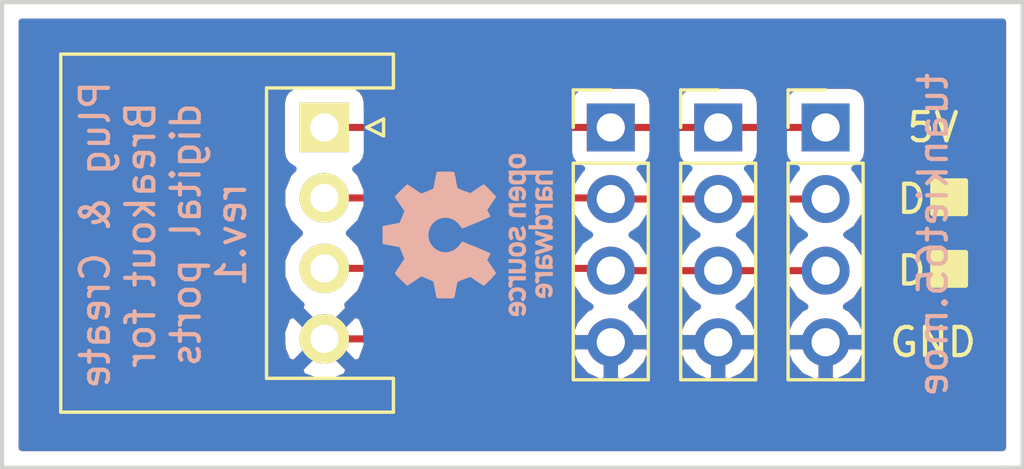
<source format=kicad_pcb>
(kicad_pcb (version 4) (host pcbnew 4.0.7)

  (general
    (links 12)
    (no_connects 0)
    (area 118.669999 97.85738 155.015001 123.352619)
    (thickness 1.6)
    (drawings 51)
    (tracks 15)
    (zones 0)
    (modules 5)
    (nets 5)
  )

  (page A4)
  (layers
    (0 F.Cu signal)
    (31 B.Cu signal)
    (32 B.Adhes user)
    (33 F.Adhes user)
    (34 B.Paste user)
    (35 F.Paste user)
    (36 B.SilkS user)
    (37 F.SilkS user)
    (38 B.Mask user)
    (39 F.Mask user)
    (40 Dwgs.User user)
    (41 Cmts.User user)
    (42 Eco1.User user)
    (43 Eco2.User user)
    (44 Edge.Cuts user)
    (45 Margin user)
    (46 B.CrtYd user)
    (47 F.CrtYd user)
    (48 B.Fab user)
    (49 F.Fab user hide)
  )

  (setup
    (last_trace_width 0.25)
    (trace_clearance 0.2)
    (zone_clearance 0.508)
    (zone_45_only no)
    (trace_min 0.2)
    (segment_width 0.2)
    (edge_width 0.15)
    (via_size 0.6)
    (via_drill 0.4)
    (via_min_size 0.4)
    (via_min_drill 0.3)
    (uvia_size 0.3)
    (uvia_drill 0.1)
    (uvias_allowed no)
    (uvia_min_size 0.2)
    (uvia_min_drill 0.1)
    (pcb_text_width 0.3)
    (pcb_text_size 1.5 1.5)
    (mod_edge_width 0.15)
    (mod_text_size 1 1)
    (mod_text_width 0.15)
    (pad_size 1.524 1.524)
    (pad_drill 0.762)
    (pad_to_mask_clearance 0.2)
    (aux_axis_origin 118.745 118.11)
    (visible_elements 7FFFFF7F)
    (pcbplotparams
      (layerselection 0x010fc_80000001)
      (usegerberextensions true)
      (excludeedgelayer true)
      (linewidth 0.100000)
      (plotframeref false)
      (viasonmask false)
      (mode 1)
      (useauxorigin true)
      (hpglpennumber 1)
      (hpglpenspeed 20)
      (hpglpendiameter 15)
      (hpglpenoverlay 2)
      (psnegative false)
      (psa4output false)
      (plotreference false)
      (plotvalue false)
      (plotinvisibletext false)
      (padsonsilk false)
      (subtractmaskfromsilk true)
      (outputformat 1)
      (mirror false)
      (drillshape 0)
      (scaleselection 1)
      (outputdirectory ../gerber/breakout_digital))
  )

  (net 0 "")
  (net 1 "Net-(J1-Pad1)")
  (net 2 "Net-(J1-Pad2)")
  (net 3 "Net-(J1-Pad3)")
  (net 4 GND)

  (net_class Default "This is the default net class."
    (clearance 0.2)
    (trace_width 0.25)
    (via_dia 0.6)
    (via_drill 0.4)
    (uvia_dia 0.3)
    (uvia_drill 0.1)
    (add_net GND)
    (add_net "Net-(J1-Pad1)")
    (add_net "Net-(J1-Pad2)")
    (add_net "Net-(J1-Pad3)")
  )

  (module Connectors_JST:JST_XH_S04B-XH-A_04x2.50mm_Angled (layer F.Cu) (tedit 59DAEAC3) (tstamp 59DAE29B)
    (at 130.175 106.045 270)
    (descr "JST XH series connector, S04B-XH-A, side entry type, through hole")
    (tags "connector jst xh tht side horizontal angled 2.50mm")
    (path /59DAE1F4)
    (fp_text reference J1 (at 3.75 -3.5 270) (layer F.SilkS) hide
      (effects (font (size 1 1) (thickness 0.15)))
    )
    (fp_text value Master (at 3.75 10.3 270) (layer F.Fab)
      (effects (font (size 1 1) (thickness 0.15)))
    )
    (fp_line (start -2.45 -2.3) (end -2.45 9.2) (layer F.Fab) (width 0.1))
    (fp_line (start -2.45 9.2) (end 9.95 9.2) (layer F.Fab) (width 0.1))
    (fp_line (start 9.95 9.2) (end 9.95 -2.3) (layer F.Fab) (width 0.1))
    (fp_line (start 9.95 -2.3) (end -2.45 -2.3) (layer F.Fab) (width 0.1))
    (fp_line (start -2.95 -2.8) (end -2.95 9.7) (layer F.CrtYd) (width 0.05))
    (fp_line (start -2.95 9.7) (end 10.45 9.7) (layer F.CrtYd) (width 0.05))
    (fp_line (start 10.45 9.7) (end 10.45 -2.8) (layer F.CrtYd) (width 0.05))
    (fp_line (start 10.45 -2.8) (end -2.95 -2.8) (layer F.CrtYd) (width 0.05))
    (fp_line (start 3.75 9.35) (end -2.6 9.35) (layer F.SilkS) (width 0.12))
    (fp_line (start -2.6 9.35) (end -2.6 -2.45) (layer F.SilkS) (width 0.12))
    (fp_line (start -2.6 -2.45) (end -1.4 -2.45) (layer F.SilkS) (width 0.12))
    (fp_line (start -1.4 -2.45) (end -1.4 2.05) (layer F.SilkS) (width 0.12))
    (fp_line (start -1.4 2.05) (end 3.75 2.05) (layer F.SilkS) (width 0.12))
    (fp_line (start 3.75 9.35) (end 10.1 9.35) (layer F.SilkS) (width 0.12))
    (fp_line (start 10.1 9.35) (end 10.1 -2.45) (layer F.SilkS) (width 0.12))
    (fp_line (start 10.1 -2.45) (end 8.9 -2.45) (layer F.SilkS) (width 0.12))
    (fp_line (start 8.9 -2.45) (end 8.9 2.05) (layer F.SilkS) (width 0.12))
    (fp_line (start 8.9 2.05) (end 3.75 2.05) (layer F.SilkS) (width 0.12))
    (fp_line (start -0.25 3.45) (end -0.25 8.7) (layer F.Fab) (width 0.1))
    (fp_line (start -0.25 8.7) (end 0.25 8.7) (layer F.Fab) (width 0.1))
    (fp_line (start 0.25 8.7) (end 0.25 3.45) (layer F.Fab) (width 0.1))
    (fp_line (start 0.25 3.45) (end -0.25 3.45) (layer F.Fab) (width 0.1))
    (fp_line (start 2.25 3.45) (end 2.25 8.7) (layer F.Fab) (width 0.1))
    (fp_line (start 2.25 8.7) (end 2.75 8.7) (layer F.Fab) (width 0.1))
    (fp_line (start 2.75 8.7) (end 2.75 3.45) (layer F.Fab) (width 0.1))
    (fp_line (start 2.75 3.45) (end 2.25 3.45) (layer F.Fab) (width 0.1))
    (fp_line (start 4.75 3.45) (end 4.75 8.7) (layer F.Fab) (width 0.1))
    (fp_line (start 4.75 8.7) (end 5.25 8.7) (layer F.Fab) (width 0.1))
    (fp_line (start 5.25 8.7) (end 5.25 3.45) (layer F.Fab) (width 0.1))
    (fp_line (start 5.25 3.45) (end 4.75 3.45) (layer F.Fab) (width 0.1))
    (fp_line (start 7.25 3.45) (end 7.25 8.7) (layer F.Fab) (width 0.1))
    (fp_line (start 7.25 8.7) (end 7.75 8.7) (layer F.Fab) (width 0.1))
    (fp_line (start 7.75 8.7) (end 7.75 3.45) (layer F.Fab) (width 0.1))
    (fp_line (start 7.75 3.45) (end 7.25 3.45) (layer F.Fab) (width 0.1))
    (fp_line (start 0 -1.5) (end -0.3 -2.1) (layer F.SilkS) (width 0.12))
    (fp_line (start -0.3 -2.1) (end 0.3 -2.1) (layer F.SilkS) (width 0.12))
    (fp_line (start 0.3 -2.1) (end 0 -1.5) (layer F.SilkS) (width 0.12))
    (fp_line (start 0 -1.5) (end -0.3 -2.1) (layer F.Fab) (width 0.1))
    (fp_line (start -0.3 -2.1) (end 0.3 -2.1) (layer F.Fab) (width 0.1))
    (fp_line (start 0.3 -2.1) (end 0 -1.5) (layer F.Fab) (width 0.1))
    (fp_text user %R (at 3.75 2.25 270) (layer F.Fab)
      (effects (font (size 1 1) (thickness 0.15)))
    )
    (pad 1 thru_hole rect (at 0 0 270) (size 1.75 1.75) (drill 1) (layers *.Cu *.Mask F.SilkS)
      (net 1 "Net-(J1-Pad1)"))
    (pad 2 thru_hole circle (at 2.5 0 270) (size 1.75 1.75) (drill 1) (layers *.Cu *.Mask F.SilkS)
      (net 2 "Net-(J1-Pad2)"))
    (pad 3 thru_hole circle (at 5 0 270) (size 1.75 1.75) (drill 1) (layers *.Cu *.Mask F.SilkS)
      (net 3 "Net-(J1-Pad3)"))
    (pad 4 thru_hole circle (at 7.5 0 270) (size 1.75 1.75) (drill 1) (layers *.Cu *.Mask F.SilkS)
      (net 4 GND))
    (model Connectors_JST.3dshapes/JST_XH_S04B-XH-A_04x2.50mm_Angled.wrl
      (at (xyz 0 0 0))
      (scale (xyz 1 1 1))
      (rotate (xyz 0 0 0))
    )
  )

  (module Pin_Headers:Pin_Header_Straight_1x04_Pitch2.54mm (layer F.Cu) (tedit 59DAEAD2) (tstamp 59DAE2F1)
    (at 147.955 106.045)
    (descr "Through hole straight pin header, 1x04, 2.54mm pitch, single row")
    (tags "Through hole pin header THT 1x04 2.54mm single row")
    (path /59DAE343)
    (fp_text reference J2 (at 0 -2.33) (layer F.SilkS) hide
      (effects (font (size 1 1) (thickness 0.15)))
    )
    (fp_text value Slave1 (at 0 9.95) (layer F.Fab)
      (effects (font (size 1 1) (thickness 0.15)))
    )
    (fp_line (start -0.635 -1.27) (end 1.27 -1.27) (layer F.Fab) (width 0.1))
    (fp_line (start 1.27 -1.27) (end 1.27 8.89) (layer F.Fab) (width 0.1))
    (fp_line (start 1.27 8.89) (end -1.27 8.89) (layer F.Fab) (width 0.1))
    (fp_line (start -1.27 8.89) (end -1.27 -0.635) (layer F.Fab) (width 0.1))
    (fp_line (start -1.27 -0.635) (end -0.635 -1.27) (layer F.Fab) (width 0.1))
    (fp_line (start -1.33 8.95) (end 1.33 8.95) (layer F.SilkS) (width 0.12))
    (fp_line (start -1.33 1.27) (end -1.33 8.95) (layer F.SilkS) (width 0.12))
    (fp_line (start 1.33 1.27) (end 1.33 8.95) (layer F.SilkS) (width 0.12))
    (fp_line (start -1.33 1.27) (end 1.33 1.27) (layer F.SilkS) (width 0.12))
    (fp_line (start -1.33 0) (end -1.33 -1.33) (layer F.SilkS) (width 0.12))
    (fp_line (start -1.33 -1.33) (end 0 -1.33) (layer F.SilkS) (width 0.12))
    (fp_line (start -1.8 -1.8) (end -1.8 9.4) (layer F.CrtYd) (width 0.05))
    (fp_line (start -1.8 9.4) (end 1.8 9.4) (layer F.CrtYd) (width 0.05))
    (fp_line (start 1.8 9.4) (end 1.8 -1.8) (layer F.CrtYd) (width 0.05))
    (fp_line (start 1.8 -1.8) (end -1.8 -1.8) (layer F.CrtYd) (width 0.05))
    (fp_text user %R (at 0 3.81 90) (layer F.Fab)
      (effects (font (size 1 1) (thickness 0.15)))
    )
    (pad 1 thru_hole rect (at 0 0) (size 1.7 1.7) (drill 1) (layers *.Cu *.Mask)
      (net 1 "Net-(J1-Pad1)"))
    (pad 2 thru_hole oval (at 0 2.54) (size 1.7 1.7) (drill 1) (layers *.Cu *.Mask)
      (net 2 "Net-(J1-Pad2)"))
    (pad 3 thru_hole oval (at 0 5.08) (size 1.7 1.7) (drill 1) (layers *.Cu *.Mask)
      (net 3 "Net-(J1-Pad3)"))
    (pad 4 thru_hole oval (at 0 7.62) (size 1.7 1.7) (drill 1) (layers *.Cu *.Mask)
      (net 4 GND))
    (model ${KISYS3DMOD}/Pin_Headers.3dshapes/Pin_Header_Straight_1x04_Pitch2.54mm.wrl
      (at (xyz 0 0 0))
      (scale (xyz 1 1 1))
      (rotate (xyz 0 0 0))
    )
  )

  (module Pin_Headers:Pin_Header_Straight_1x04_Pitch2.54mm (layer F.Cu) (tedit 59DAEAC7) (tstamp 59DAE2F8)
    (at 140.335 106.045)
    (descr "Through hole straight pin header, 1x04, 2.54mm pitch, single row")
    (tags "Through hole pin header THT 1x04 2.54mm single row")
    (path /59DAE399)
    (fp_text reference J3 (at 0 -2.33) (layer F.SilkS) hide
      (effects (font (size 1 1) (thickness 0.15)))
    )
    (fp_text value Slave2 (at 0 9.95) (layer F.Fab)
      (effects (font (size 1 1) (thickness 0.15)))
    )
    (fp_line (start -0.635 -1.27) (end 1.27 -1.27) (layer F.Fab) (width 0.1))
    (fp_line (start 1.27 -1.27) (end 1.27 8.89) (layer F.Fab) (width 0.1))
    (fp_line (start 1.27 8.89) (end -1.27 8.89) (layer F.Fab) (width 0.1))
    (fp_line (start -1.27 8.89) (end -1.27 -0.635) (layer F.Fab) (width 0.1))
    (fp_line (start -1.27 -0.635) (end -0.635 -1.27) (layer F.Fab) (width 0.1))
    (fp_line (start -1.33 8.95) (end 1.33 8.95) (layer F.SilkS) (width 0.12))
    (fp_line (start -1.33 1.27) (end -1.33 8.95) (layer F.SilkS) (width 0.12))
    (fp_line (start 1.33 1.27) (end 1.33 8.95) (layer F.SilkS) (width 0.12))
    (fp_line (start -1.33 1.27) (end 1.33 1.27) (layer F.SilkS) (width 0.12))
    (fp_line (start -1.33 0) (end -1.33 -1.33) (layer F.SilkS) (width 0.12))
    (fp_line (start -1.33 -1.33) (end 0 -1.33) (layer F.SilkS) (width 0.12))
    (fp_line (start -1.8 -1.8) (end -1.8 9.4) (layer F.CrtYd) (width 0.05))
    (fp_line (start -1.8 9.4) (end 1.8 9.4) (layer F.CrtYd) (width 0.05))
    (fp_line (start 1.8 9.4) (end 1.8 -1.8) (layer F.CrtYd) (width 0.05))
    (fp_line (start 1.8 -1.8) (end -1.8 -1.8) (layer F.CrtYd) (width 0.05))
    (fp_text user %R (at 0 3.81 90) (layer F.Fab)
      (effects (font (size 1 1) (thickness 0.15)))
    )
    (pad 1 thru_hole rect (at 0 0) (size 1.7 1.7) (drill 1) (layers *.Cu *.Mask)
      (net 1 "Net-(J1-Pad1)"))
    (pad 2 thru_hole oval (at 0 2.54) (size 1.7 1.7) (drill 1) (layers *.Cu *.Mask)
      (net 2 "Net-(J1-Pad2)"))
    (pad 3 thru_hole oval (at 0 5.08) (size 1.7 1.7) (drill 1) (layers *.Cu *.Mask)
      (net 3 "Net-(J1-Pad3)"))
    (pad 4 thru_hole oval (at 0 7.62) (size 1.7 1.7) (drill 1) (layers *.Cu *.Mask)
      (net 4 GND))
    (model ${KISYS3DMOD}/Pin_Headers.3dshapes/Pin_Header_Straight_1x04_Pitch2.54mm.wrl
      (at (xyz 0 0 0))
      (scale (xyz 1 1 1))
      (rotate (xyz 0 0 0))
    )
  )

  (module Pin_Headers:Pin_Header_Straight_1x04_Pitch2.54mm (layer F.Cu) (tedit 59DAEACF) (tstamp 59DAE2FF)
    (at 144.145 106.045)
    (descr "Through hole straight pin header, 1x04, 2.54mm pitch, single row")
    (tags "Through hole pin header THT 1x04 2.54mm single row")
    (path /59DAE417)
    (fp_text reference J4 (at 0 -2.33) (layer F.SilkS) hide
      (effects (font (size 1 1) (thickness 0.15)))
    )
    (fp_text value Slave3 (at 0 9.95) (layer F.Fab)
      (effects (font (size 1 1) (thickness 0.15)))
    )
    (fp_line (start -0.635 -1.27) (end 1.27 -1.27) (layer F.Fab) (width 0.1))
    (fp_line (start 1.27 -1.27) (end 1.27 8.89) (layer F.Fab) (width 0.1))
    (fp_line (start 1.27 8.89) (end -1.27 8.89) (layer F.Fab) (width 0.1))
    (fp_line (start -1.27 8.89) (end -1.27 -0.635) (layer F.Fab) (width 0.1))
    (fp_line (start -1.27 -0.635) (end -0.635 -1.27) (layer F.Fab) (width 0.1))
    (fp_line (start -1.33 8.95) (end 1.33 8.95) (layer F.SilkS) (width 0.12))
    (fp_line (start -1.33 1.27) (end -1.33 8.95) (layer F.SilkS) (width 0.12))
    (fp_line (start 1.33 1.27) (end 1.33 8.95) (layer F.SilkS) (width 0.12))
    (fp_line (start -1.33 1.27) (end 1.33 1.27) (layer F.SilkS) (width 0.12))
    (fp_line (start -1.33 0) (end -1.33 -1.33) (layer F.SilkS) (width 0.12))
    (fp_line (start -1.33 -1.33) (end 0 -1.33) (layer F.SilkS) (width 0.12))
    (fp_line (start -1.8 -1.8) (end -1.8 9.4) (layer F.CrtYd) (width 0.05))
    (fp_line (start -1.8 9.4) (end 1.8 9.4) (layer F.CrtYd) (width 0.05))
    (fp_line (start 1.8 9.4) (end 1.8 -1.8) (layer F.CrtYd) (width 0.05))
    (fp_line (start 1.8 -1.8) (end -1.8 -1.8) (layer F.CrtYd) (width 0.05))
    (fp_text user %R (at 0 3.81 90) (layer F.Fab)
      (effects (font (size 1 1) (thickness 0.15)))
    )
    (pad 1 thru_hole rect (at 0 0) (size 1.7 1.7) (drill 1) (layers *.Cu *.Mask)
      (net 1 "Net-(J1-Pad1)"))
    (pad 2 thru_hole oval (at 0 2.54) (size 1.7 1.7) (drill 1) (layers *.Cu *.Mask)
      (net 2 "Net-(J1-Pad2)"))
    (pad 3 thru_hole oval (at 0 5.08) (size 1.7 1.7) (drill 1) (layers *.Cu *.Mask)
      (net 3 "Net-(J1-Pad3)"))
    (pad 4 thru_hole oval (at 0 7.62) (size 1.7 1.7) (drill 1) (layers *.Cu *.Mask)
      (net 4 GND))
    (model ${KISYS3DMOD}/Pin_Headers.3dshapes/Pin_Header_Straight_1x04_Pitch2.54mm.wrl
      (at (xyz 0 0 0))
      (scale (xyz 1 1 1))
      (rotate (xyz 0 0 0))
    )
  )

  (module Symbols:OSHW-Logo_5.7x6mm_SilkScreen (layer B.Cu) (tedit 0) (tstamp 59DD73CE)
    (at 135.255 109.855 270)
    (descr "Open Source Hardware Logo")
    (tags "Logo OSHW")
    (attr virtual)
    (fp_text reference REF*** (at 0 0 270) (layer B.SilkS) hide
      (effects (font (size 1 1) (thickness 0.15)) (justify mirror))
    )
    (fp_text value OSHW-Logo_5.7x6mm_SilkScreen (at 0.75 0 270) (layer B.Fab) hide
      (effects (font (size 1 1) (thickness 0.15)) (justify mirror))
    )
    (fp_poly (pts (xy -1.908759 -1.469184) (xy -1.882247 -1.482282) (xy -1.849553 -1.505106) (xy -1.825725 -1.529996)
      (xy -1.809406 -1.561249) (xy -1.79924 -1.603166) (xy -1.793872 -1.660044) (xy -1.791944 -1.736184)
      (xy -1.791831 -1.768917) (xy -1.792161 -1.840656) (xy -1.793527 -1.891927) (xy -1.7965 -1.927404)
      (xy -1.801649 -1.951763) (xy -1.809543 -1.96968) (xy -1.817757 -1.981902) (xy -1.870187 -2.033905)
      (xy -1.93193 -2.065184) (xy -1.998536 -2.074592) (xy -2.065558 -2.06098) (xy -2.086792 -2.051354)
      (xy -2.137624 -2.024859) (xy -2.137624 -2.440052) (xy -2.100525 -2.420868) (xy -2.051643 -2.406025)
      (xy -1.991561 -2.402222) (xy -1.931564 -2.409243) (xy -1.886256 -2.425013) (xy -1.848675 -2.455047)
      (xy -1.816564 -2.498024) (xy -1.81415 -2.502436) (xy -1.803967 -2.523221) (xy -1.79653 -2.54417)
      (xy -1.791411 -2.569548) (xy -1.788181 -2.603618) (xy -1.786413 -2.650641) (xy -1.785677 -2.714882)
      (xy -1.785544 -2.787176) (xy -1.785544 -3.017822) (xy -1.923861 -3.017822) (xy -1.923861 -2.592533)
      (xy -1.962549 -2.559979) (xy -2.002738 -2.53394) (xy -2.040797 -2.529205) (xy -2.079066 -2.541389)
      (xy -2.099462 -2.55332) (xy -2.114642 -2.570313) (xy -2.125438 -2.595995) (xy -2.132683 -2.633991)
      (xy -2.137208 -2.687926) (xy -2.139844 -2.761425) (xy -2.140772 -2.810347) (xy -2.143911 -3.011535)
      (xy -2.209926 -3.015336) (xy -2.27594 -3.019136) (xy -2.27594 -1.77065) (xy -2.137624 -1.77065)
      (xy -2.134097 -1.840254) (xy -2.122215 -1.888569) (xy -2.10002 -1.918631) (xy -2.065559 -1.933471)
      (xy -2.030742 -1.936436) (xy -1.991329 -1.933028) (xy -1.965171 -1.919617) (xy -1.948814 -1.901896)
      (xy -1.935937 -1.882835) (xy -1.928272 -1.861601) (xy -1.924861 -1.831849) (xy -1.924749 -1.787236)
      (xy -1.925897 -1.74988) (xy -1.928532 -1.693604) (xy -1.932456 -1.656658) (xy -1.939063 -1.633223)
      (xy -1.949749 -1.61748) (xy -1.959833 -1.60838) (xy -2.00197 -1.588537) (xy -2.05184 -1.585332)
      (xy -2.080476 -1.592168) (xy -2.108828 -1.616464) (xy -2.127609 -1.663728) (xy -2.136712 -1.733624)
      (xy -2.137624 -1.77065) (xy -2.27594 -1.77065) (xy -2.27594 -1.458614) (xy -2.206782 -1.458614)
      (xy -2.16526 -1.460256) (xy -2.143838 -1.466087) (xy -2.137626 -1.477461) (xy -2.137624 -1.477798)
      (xy -2.134742 -1.488938) (xy -2.12203 -1.487673) (xy -2.096757 -1.475433) (xy -2.037869 -1.456707)
      (xy -1.971615 -1.454739) (xy -1.908759 -1.469184)) (layer B.SilkS) (width 0.01))
    (fp_poly (pts (xy -1.38421 -2.406555) (xy -1.325055 -2.422339) (xy -1.280023 -2.450948) (xy -1.248246 -2.488419)
      (xy -1.238366 -2.504411) (xy -1.231073 -2.521163) (xy -1.225974 -2.542592) (xy -1.222679 -2.572616)
      (xy -1.220797 -2.615154) (xy -1.219937 -2.674122) (xy -1.219707 -2.75344) (xy -1.219703 -2.774484)
      (xy -1.219703 -3.017822) (xy -1.280059 -3.017822) (xy -1.318557 -3.015126) (xy -1.347023 -3.008295)
      (xy -1.354155 -3.004083) (xy -1.373652 -2.996813) (xy -1.393566 -3.004083) (xy -1.426353 -3.01316)
      (xy -1.473978 -3.016813) (xy -1.526764 -3.015228) (xy -1.575036 -3.008589) (xy -1.603218 -3.000072)
      (xy -1.657753 -2.965063) (xy -1.691835 -2.916479) (xy -1.707157 -2.851882) (xy -1.707299 -2.850223)
      (xy -1.705955 -2.821566) (xy -1.584356 -2.821566) (xy -1.573726 -2.854161) (xy -1.55641 -2.872505)
      (xy -1.521652 -2.886379) (xy -1.475773 -2.891917) (xy -1.428988 -2.889191) (xy -1.391514 -2.878274)
      (xy -1.381015 -2.871269) (xy -1.362668 -2.838904) (xy -1.35802 -2.802111) (xy -1.35802 -2.753763)
      (xy -1.427582 -2.753763) (xy -1.493667 -2.75885) (xy -1.543764 -2.773263) (xy -1.574929 -2.795729)
      (xy -1.584356 -2.821566) (xy -1.705955 -2.821566) (xy -1.703987 -2.779647) (xy -1.68071 -2.723845)
      (xy -1.636948 -2.681647) (xy -1.630899 -2.677808) (xy -1.604907 -2.665309) (xy -1.572735 -2.65774)
      (xy -1.52776 -2.654061) (xy -1.474331 -2.653216) (xy -1.35802 -2.653169) (xy -1.35802 -2.604411)
      (xy -1.362953 -2.566581) (xy -1.375543 -2.541236) (xy -1.377017 -2.539887) (xy -1.405034 -2.5288)
      (xy -1.447326 -2.524503) (xy -1.494064 -2.526615) (xy -1.535418 -2.534756) (xy -1.559957 -2.546965)
      (xy -1.573253 -2.556746) (xy -1.587294 -2.558613) (xy -1.606671 -2.5506) (xy -1.635976 -2.530739)
      (xy -1.679803 -2.497063) (xy -1.683825 -2.493909) (xy -1.681764 -2.482236) (xy -1.664568 -2.462822)
      (xy -1.638433 -2.441248) (xy -1.609552 -2.423096) (xy -1.600478 -2.418809) (xy -1.56738 -2.410256)
      (xy -1.51888 -2.404155) (xy -1.464695 -2.401708) (xy -1.462161 -2.401703) (xy -1.38421 -2.406555)) (layer B.SilkS) (width 0.01))
    (fp_poly (pts (xy -0.993356 -2.40302) (xy -0.974539 -2.40866) (xy -0.968473 -2.421053) (xy -0.968218 -2.426647)
      (xy -0.967129 -2.44223) (xy -0.959632 -2.444676) (xy -0.939381 -2.433993) (xy -0.927351 -2.426694)
      (xy -0.8894 -2.411063) (xy -0.844072 -2.403334) (xy -0.796544 -2.40274) (xy -0.751995 -2.408513)
      (xy -0.715602 -2.419884) (xy -0.692543 -2.436088) (xy -0.687996 -2.456355) (xy -0.690291 -2.461843)
      (xy -0.70702 -2.484626) (xy -0.732963 -2.512647) (xy -0.737655 -2.517177) (xy -0.762383 -2.538005)
      (xy -0.783718 -2.544735) (xy -0.813555 -2.540038) (xy -0.825508 -2.536917) (xy -0.862705 -2.529421)
      (xy -0.888859 -2.532792) (xy -0.910946 -2.544681) (xy -0.931178 -2.560635) (xy -0.946079 -2.5807)
      (xy -0.956434 -2.608702) (xy -0.963029 -2.648467) (xy -0.966649 -2.703823) (xy -0.968078 -2.778594)
      (xy -0.968218 -2.82374) (xy -0.968218 -3.017822) (xy -1.09396 -3.017822) (xy -1.09396 -2.401683)
      (xy -1.031089 -2.401683) (xy -0.993356 -2.40302)) (layer B.SilkS) (width 0.01))
    (fp_poly (pts (xy -0.201188 -3.017822) (xy -0.270346 -3.017822) (xy -0.310488 -3.016645) (xy -0.331394 -3.011772)
      (xy -0.338922 -3.001186) (xy -0.339505 -2.994029) (xy -0.340774 -2.979676) (xy -0.348779 -2.976923)
      (xy -0.369815 -2.985771) (xy -0.386173 -2.994029) (xy -0.448977 -3.013597) (xy -0.517248 -3.014729)
      (xy -0.572752 -3.000135) (xy -0.624438 -2.964877) (xy -0.663838 -2.912835) (xy -0.685413 -2.85145)
      (xy -0.685962 -2.848018) (xy -0.689167 -2.810571) (xy -0.690761 -2.756813) (xy -0.690633 -2.716155)
      (xy -0.553279 -2.716155) (xy -0.550097 -2.770194) (xy -0.542859 -2.814735) (xy -0.53306 -2.839888)
      (xy -0.495989 -2.87426) (xy -0.451974 -2.886582) (xy -0.406584 -2.876618) (xy -0.367797 -2.846895)
      (xy -0.353108 -2.826905) (xy -0.344519 -2.80305) (xy -0.340496 -2.76823) (xy -0.339505 -2.71593)
      (xy -0.341278 -2.664139) (xy -0.345963 -2.618634) (xy -0.352603 -2.588181) (xy -0.35371 -2.585452)
      (xy -0.380491 -2.553) (xy -0.419579 -2.535183) (xy -0.463315 -2.532306) (xy -0.504038 -2.544674)
      (xy -0.534087 -2.572593) (xy -0.537204 -2.578148) (xy -0.546961 -2.612022) (xy -0.552277 -2.660728)
      (xy -0.553279 -2.716155) (xy -0.690633 -2.716155) (xy -0.690568 -2.69554) (xy -0.689664 -2.662563)
      (xy -0.683514 -2.580981) (xy -0.670733 -2.51973) (xy -0.649471 -2.474449) (xy -0.617878 -2.440779)
      (xy -0.587207 -2.421014) (xy -0.544354 -2.40712) (xy -0.491056 -2.402354) (xy -0.43648 -2.406236)
      (xy -0.389792 -2.418282) (xy -0.365124 -2.432693) (xy -0.339505 -2.455878) (xy -0.339505 -2.162773)
      (xy -0.201188 -2.162773) (xy -0.201188 -3.017822)) (layer B.SilkS) (width 0.01))
    (fp_poly (pts (xy 0.281524 -2.404237) (xy 0.331255 -2.407971) (xy 0.461291 -2.797773) (xy 0.481678 -2.728614)
      (xy 0.493946 -2.685874) (xy 0.510085 -2.628115) (xy 0.527512 -2.564625) (xy 0.536726 -2.53057)
      (xy 0.571388 -2.401683) (xy 0.714391 -2.401683) (xy 0.671646 -2.536857) (xy 0.650596 -2.603342)
      (xy 0.625167 -2.683539) (xy 0.59861 -2.767193) (xy 0.574902 -2.841782) (xy 0.520902 -3.011535)
      (xy 0.462598 -3.015328) (xy 0.404295 -3.019122) (xy 0.372679 -2.914734) (xy 0.353182 -2.849889)
      (xy 0.331904 -2.7784) (xy 0.313308 -2.715263) (xy 0.312574 -2.71275) (xy 0.298684 -2.669969)
      (xy 0.286429 -2.640779) (xy 0.277846 -2.629741) (xy 0.276082 -2.631018) (xy 0.269891 -2.64813)
      (xy 0.258128 -2.684787) (xy 0.242225 -2.736378) (xy 0.223614 -2.798294) (xy 0.213543 -2.832352)
      (xy 0.159007 -3.017822) (xy 0.043264 -3.017822) (xy -0.049263 -2.725471) (xy -0.075256 -2.643462)
      (xy -0.098934 -2.568987) (xy -0.11918 -2.505544) (xy -0.134874 -2.456632) (xy -0.144898 -2.425749)
      (xy -0.147945 -2.416726) (xy -0.145533 -2.407487) (xy -0.126592 -2.403441) (xy -0.087177 -2.403846)
      (xy -0.081007 -2.404152) (xy -0.007914 -2.407971) (xy 0.039957 -2.58401) (xy 0.057553 -2.648211)
      (xy 0.073277 -2.704649) (xy 0.085746 -2.748422) (xy 0.093574 -2.77463) (xy 0.09502 -2.778903)
      (xy 0.101014 -2.77399) (xy 0.113101 -2.748532) (xy 0.129893 -2.705997) (xy 0.150003 -2.64985)
      (xy 0.167003 -2.59913) (xy 0.231794 -2.400504) (xy 0.281524 -2.404237)) (layer B.SilkS) (width 0.01))
    (fp_poly (pts (xy 1.038411 -2.405417) (xy 1.091411 -2.41829) (xy 1.106731 -2.42511) (xy 1.136428 -2.442974)
      (xy 1.15922 -2.463093) (xy 1.176083 -2.488962) (xy 1.187998 -2.524073) (xy 1.195942 -2.57192)
      (xy 1.200894 -2.635996) (xy 1.203831 -2.719794) (xy 1.204947 -2.775768) (xy 1.209052 -3.017822)
      (xy 1.138932 -3.017822) (xy 1.096393 -3.016038) (xy 1.074476 -3.009942) (xy 1.068812 -2.999706)
      (xy 1.065821 -2.988637) (xy 1.052451 -2.990754) (xy 1.034233 -2.999629) (xy 0.988624 -3.013233)
      (xy 0.930007 -3.016899) (xy 0.868354 -3.010903) (xy 0.813638 -2.995521) (xy 0.80873 -2.993386)
      (xy 0.758723 -2.958255) (xy 0.725756 -2.909419) (xy 0.710587 -2.852333) (xy 0.711746 -2.831824)
      (xy 0.835508 -2.831824) (xy 0.846413 -2.859425) (xy 0.878745 -2.879204) (xy 0.93091 -2.889819)
      (xy 0.958787 -2.891228) (xy 1.005247 -2.88762) (xy 1.036129 -2.873597) (xy 1.043664 -2.866931)
      (xy 1.064076 -2.830666) (xy 1.068812 -2.797773) (xy 1.068812 -2.753763) (xy 1.007513 -2.753763)
      (xy 0.936256 -2.757395) (xy 0.886276 -2.768818) (xy 0.854696 -2.788824) (xy 0.847626 -2.797743)
      (xy 0.835508 -2.831824) (xy 0.711746 -2.831824) (xy 0.713971 -2.792456) (xy 0.736663 -2.735244)
      (xy 0.767624 -2.69658) (xy 0.786376 -2.679864) (xy 0.804733 -2.668878) (xy 0.828619 -2.66218)
      (xy 0.863957 -2.658326) (xy 0.916669 -2.655873) (xy 0.937577 -2.655168) (xy 1.068812 -2.650879)
      (xy 1.06862 -2.611158) (xy 1.063537 -2.569405) (xy 1.045162 -2.544158) (xy 1.008039 -2.52803)
      (xy 1.007043 -2.527742) (xy 0.95441 -2.5214) (xy 0.902906 -2.529684) (xy 0.86463 -2.549827)
      (xy 0.849272 -2.559773) (xy 0.83273 -2.558397) (xy 0.807275 -2.543987) (xy 0.792328 -2.533817)
      (xy 0.763091 -2.512088) (xy 0.74498 -2.4958) (xy 0.742074 -2.491137) (xy 0.75404 -2.467005)
      (xy 0.789396 -2.438185) (xy 0.804753 -2.428461) (xy 0.848901 -2.411714) (xy 0.908398 -2.402227)
      (xy 0.974487 -2.400095) (xy 1.038411 -2.405417)) (layer B.SilkS) (width 0.01))
    (fp_poly (pts (xy 1.635255 -2.401486) (xy 1.683595 -2.411015) (xy 1.711114 -2.425125) (xy 1.740064 -2.448568)
      (xy 1.698876 -2.500571) (xy 1.673482 -2.532064) (xy 1.656238 -2.547428) (xy 1.639102 -2.549776)
      (xy 1.614027 -2.542217) (xy 1.602257 -2.537941) (xy 1.55427 -2.531631) (xy 1.510324 -2.545156)
      (xy 1.47806 -2.57571) (xy 1.472819 -2.585452) (xy 1.467112 -2.611258) (xy 1.462706 -2.658817)
      (xy 1.459811 -2.724758) (xy 1.458631 -2.80571) (xy 1.458614 -2.817226) (xy 1.458614 -3.017822)
      (xy 1.320297 -3.017822) (xy 1.320297 -2.401683) (xy 1.389456 -2.401683) (xy 1.429333 -2.402725)
      (xy 1.450107 -2.407358) (xy 1.457789 -2.417849) (xy 1.458614 -2.427745) (xy 1.458614 -2.453806)
      (xy 1.491745 -2.427745) (xy 1.529735 -2.409965) (xy 1.58077 -2.401174) (xy 1.635255 -2.401486)) (layer B.SilkS) (width 0.01))
    (fp_poly (pts (xy 2.032581 -2.40497) (xy 2.092685 -2.420597) (xy 2.143021 -2.452848) (xy 2.167393 -2.47694)
      (xy 2.207345 -2.533895) (xy 2.230242 -2.599965) (xy 2.238108 -2.681182) (xy 2.238148 -2.687748)
      (xy 2.238218 -2.753763) (xy 1.858264 -2.753763) (xy 1.866363 -2.788342) (xy 1.880987 -2.819659)
      (xy 1.906581 -2.852291) (xy 1.911935 -2.8575) (xy 1.957943 -2.885694) (xy 2.01041 -2.890475)
      (xy 2.070803 -2.871926) (xy 2.08104 -2.866931) (xy 2.112439 -2.851745) (xy 2.13347 -2.843094)
      (xy 2.137139 -2.842293) (xy 2.149948 -2.850063) (xy 2.174378 -2.869072) (xy 2.186779 -2.87946)
      (xy 2.212476 -2.903321) (xy 2.220915 -2.919077) (xy 2.215058 -2.933571) (xy 2.211928 -2.937534)
      (xy 2.190725 -2.954879) (xy 2.155738 -2.975959) (xy 2.131337 -2.988265) (xy 2.062072 -3.009946)
      (xy 1.985388 -3.016971) (xy 1.912765 -3.008647) (xy 1.892426 -3.002686) (xy 1.829476 -2.968952)
      (xy 1.782815 -2.917045) (xy 1.752173 -2.846459) (xy 1.737282 -2.756692) (xy 1.735647 -2.709753)
      (xy 1.740421 -2.641413) (xy 1.86099 -2.641413) (xy 1.872652 -2.646465) (xy 1.903998 -2.650429)
      (xy 1.949571 -2.652768) (xy 1.980446 -2.653169) (xy 2.035981 -2.652783) (xy 2.071033 -2.650975)
      (xy 2.090262 -2.646773) (xy 2.09833 -2.639203) (xy 2.099901 -2.628218) (xy 2.089121 -2.594381)
      (xy 2.06198 -2.56094) (xy 2.026277 -2.535272) (xy 1.99056 -2.524772) (xy 1.942048 -2.534086)
      (xy 1.900053 -2.561013) (xy 1.870936 -2.599827) (xy 1.86099 -2.641413) (xy 1.740421 -2.641413)
      (xy 1.742599 -2.610236) (xy 1.764055 -2.530949) (xy 1.80047 -2.471263) (xy 1.852297 -2.430549)
      (xy 1.91999 -2.408179) (xy 1.956662 -2.403871) (xy 2.032581 -2.40497)) (layer B.SilkS) (width 0.01))
    (fp_poly (pts (xy -2.538261 -1.465148) (xy -2.472479 -1.494231) (xy -2.42254 -1.542793) (xy -2.388374 -1.610908)
      (xy -2.369907 -1.698651) (xy -2.368583 -1.712351) (xy -2.367546 -1.808939) (xy -2.380993 -1.893602)
      (xy -2.408108 -1.962221) (xy -2.422627 -1.984294) (xy -2.473201 -2.031011) (xy -2.537609 -2.061268)
      (xy -2.609666 -2.073824) (xy -2.683185 -2.067439) (xy -2.739072 -2.047772) (xy -2.787132 -2.014629)
      (xy -2.826412 -1.971175) (xy -2.827092 -1.970158) (xy -2.843044 -1.943338) (xy -2.85341 -1.916368)
      (xy -2.859688 -1.882332) (xy -2.863373 -1.83431) (xy -2.864997 -1.794931) (xy -2.865672 -1.759219)
      (xy -2.739955 -1.759219) (xy -2.738726 -1.79477) (xy -2.734266 -1.842094) (xy -2.726397 -1.872465)
      (xy -2.712207 -1.894072) (xy -2.698917 -1.906694) (xy -2.651802 -1.933122) (xy -2.602505 -1.936653)
      (xy -2.556593 -1.917639) (xy -2.533638 -1.896331) (xy -2.517096 -1.874859) (xy -2.507421 -1.854313)
      (xy -2.503174 -1.827574) (xy -2.50292 -1.787523) (xy -2.504228 -1.750638) (xy -2.507043 -1.697947)
      (xy -2.511505 -1.663772) (xy -2.519548 -1.64148) (xy -2.533103 -1.624442) (xy -2.543845 -1.614703)
      (xy -2.588777 -1.589123) (xy -2.637249 -1.587847) (xy -2.677894 -1.602999) (xy -2.712567 -1.634642)
      (xy -2.733224 -1.68662) (xy -2.739955 -1.759219) (xy -2.865672 -1.759219) (xy -2.866479 -1.716621)
      (xy -2.863948 -1.658056) (xy -2.856362 -1.614007) (xy -2.842681 -1.579248) (xy -2.821865 -1.548551)
      (xy -2.814147 -1.539436) (xy -2.765889 -1.494021) (xy -2.714128 -1.467493) (xy -2.650828 -1.456379)
      (xy -2.619961 -1.455471) (xy -2.538261 -1.465148)) (layer B.SilkS) (width 0.01))
    (fp_poly (pts (xy -1.356699 -1.472614) (xy -1.344168 -1.478514) (xy -1.300799 -1.510283) (xy -1.25979 -1.556646)
      (xy -1.229168 -1.607696) (xy -1.220459 -1.631166) (xy -1.212512 -1.673091) (xy -1.207774 -1.723757)
      (xy -1.207199 -1.744679) (xy -1.207129 -1.810693) (xy -1.587083 -1.810693) (xy -1.578983 -1.845273)
      (xy -1.559104 -1.88617) (xy -1.524347 -1.921514) (xy -1.482998 -1.944282) (xy -1.456649 -1.94901)
      (xy -1.420916 -1.943273) (xy -1.378282 -1.928882) (xy -1.363799 -1.922262) (xy -1.31024 -1.895513)
      (xy -1.264533 -1.930376) (xy -1.238158 -1.953955) (xy -1.224124 -1.973417) (xy -1.223414 -1.979129)
      (xy -1.235951 -1.992973) (xy -1.263428 -2.014012) (xy -1.288366 -2.030425) (xy -1.355664 -2.05993)
      (xy -1.43111 -2.073284) (xy -1.505888 -2.069812) (xy -1.565495 -2.051663) (xy -1.626941 -2.012784)
      (xy -1.670608 -1.961595) (xy -1.697926 -1.895367) (xy -1.710322 -1.811371) (xy -1.711421 -1.772936)
      (xy -1.707022 -1.684861) (xy -1.706482 -1.682299) (xy -1.580582 -1.682299) (xy -1.577115 -1.690558)
      (xy -1.562863 -1.695113) (xy -1.53347 -1.697065) (xy -1.484575 -1.697517) (xy -1.465748 -1.697525)
      (xy -1.408467 -1.696843) (xy -1.372141 -1.694364) (xy -1.352604 -1.689443) (xy -1.34569 -1.681434)
      (xy -1.345445 -1.678862) (xy -1.353336 -1.658423) (xy -1.373085 -1.629789) (xy -1.381575 -1.619763)
      (xy -1.413094 -1.591408) (xy -1.445949 -1.580259) (xy -1.463651 -1.579327) (xy -1.511539 -1.590981)
      (xy -1.551699 -1.622285) (xy -1.577173 -1.667752) (xy -1.577625 -1.669233) (xy -1.580582 -1.682299)
      (xy -1.706482 -1.682299) (xy -1.692392 -1.61551) (xy -1.666038 -1.560025) (xy -1.633807 -1.520639)
      (xy -1.574217 -1.477931) (xy -1.504168 -1.455109) (xy -1.429661 -1.453046) (xy -1.356699 -1.472614)) (layer B.SilkS) (width 0.01))
    (fp_poly (pts (xy 0.014017 -1.456452) (xy 0.061634 -1.465482) (xy 0.111034 -1.48437) (xy 0.116312 -1.486777)
      (xy 0.153774 -1.506476) (xy 0.179717 -1.524781) (xy 0.188103 -1.536508) (xy 0.180117 -1.555632)
      (xy 0.16072 -1.58385) (xy 0.15211 -1.594384) (xy 0.116628 -1.635847) (xy 0.070885 -1.608858)
      (xy 0.02735 -1.590878) (xy -0.02295 -1.581267) (xy -0.071188 -1.58066) (xy -0.108533 -1.589691)
      (xy -0.117495 -1.595327) (xy -0.134563 -1.621171) (xy -0.136637 -1.650941) (xy -0.123866 -1.674197)
      (xy -0.116312 -1.678708) (xy -0.093675 -1.684309) (xy -0.053885 -1.690892) (xy -0.004834 -1.697183)
      (xy 0.004215 -1.69817) (xy 0.082996 -1.711798) (xy 0.140136 -1.734946) (xy 0.17803 -1.769752)
      (xy 0.199079 -1.818354) (xy 0.205635 -1.877718) (xy 0.196577 -1.945198) (xy 0.167164 -1.998188)
      (xy 0.117278 -2.036783) (xy 0.0468 -2.061081) (xy -0.031435 -2.070667) (xy -0.095234 -2.070552)
      (xy -0.146984 -2.061845) (xy -0.182327 -2.049825) (xy -0.226983 -2.02888) (xy -0.268253 -2.004574)
      (xy -0.282921 -1.993876) (xy -0.320643 -1.963084) (xy -0.275148 -1.917049) (xy -0.229653 -1.871013)
      (xy -0.177928 -1.905243) (xy -0.126048 -1.930952) (xy -0.070649 -1.944399) (xy -0.017395 -1.945818)
      (xy 0.028049 -1.935443) (xy 0.060016 -1.913507) (xy 0.070338 -1.894998) (xy 0.068789 -1.865314)
      (xy 0.04314 -1.842615) (xy -0.00654 -1.82694) (xy -0.060969 -1.819695) (xy -0.144736 -1.805873)
      (xy -0.206967 -1.779796) (xy -0.248493 -1.740699) (xy -0.270147 -1.68782) (xy -0.273147 -1.625126)
      (xy -0.258329 -1.559642) (xy -0.224546 -1.510144) (xy -0.171495 -1.476408) (xy -0.098874 -1.458207)
      (xy -0.045072 -1.454639) (xy 0.014017 -1.456452)) (layer B.SilkS) (width 0.01))
    (fp_poly (pts (xy 0.610762 -1.466055) (xy 0.674363 -1.500692) (xy 0.724123 -1.555372) (xy 0.747568 -1.599842)
      (xy 0.757634 -1.639121) (xy 0.764156 -1.695116) (xy 0.766951 -1.759621) (xy 0.765836 -1.824429)
      (xy 0.760626 -1.881334) (xy 0.754541 -1.911727) (xy 0.734014 -1.953306) (xy 0.698463 -1.997468)
      (xy 0.655619 -2.036087) (xy 0.613211 -2.061034) (xy 0.612177 -2.06143) (xy 0.559553 -2.072331)
      (xy 0.497188 -2.072601) (xy 0.437924 -2.062676) (xy 0.41504 -2.054722) (xy 0.356102 -2.0213)
      (xy 0.31389 -1.977511) (xy 0.286156 -1.919538) (xy 0.270651 -1.843565) (xy 0.267143 -1.803771)
      (xy 0.26759 -1.753766) (xy 0.402376 -1.753766) (xy 0.406917 -1.826732) (xy 0.419986 -1.882334)
      (xy 0.440756 -1.917861) (xy 0.455552 -1.92802) (xy 0.493464 -1.935104) (xy 0.538527 -1.933007)
      (xy 0.577487 -1.922812) (xy 0.587704 -1.917204) (xy 0.614659 -1.884538) (xy 0.632451 -1.834545)
      (xy 0.640024 -1.773705) (xy 0.636325 -1.708497) (xy 0.628057 -1.669253) (xy 0.60432 -1.623805)
      (xy 0.566849 -1.595396) (xy 0.52172 -1.585573) (xy 0.475011 -1.595887) (xy 0.439132 -1.621112)
      (xy 0.420277 -1.641925) (xy 0.409272 -1.662439) (xy 0.404026 -1.690203) (xy 0.402449 -1.732762)
      (xy 0.402376 -1.753766) (xy 0.26759 -1.753766) (xy 0.268094 -1.69758) (xy 0.285388 -1.610501)
      (xy 0.319029 -1.54253) (xy 0.369018 -1.493664) (xy 0.435356 -1.463899) (xy 0.449601 -1.460448)
      (xy 0.53521 -1.452345) (xy 0.610762 -1.466055)) (layer B.SilkS) (width 0.01))
    (fp_poly (pts (xy 0.993367 -1.654342) (xy 0.994555 -1.746563) (xy 0.998897 -1.81661) (xy 1.007558 -1.867381)
      (xy 1.021704 -1.901772) (xy 1.0425 -1.922679) (xy 1.07111 -1.933) (xy 1.106535 -1.935636)
      (xy 1.143636 -1.932682) (xy 1.171818 -1.921889) (xy 1.192243 -1.90036) (xy 1.206079 -1.865199)
      (xy 1.214491 -1.81351) (xy 1.218643 -1.742394) (xy 1.219703 -1.654342) (xy 1.219703 -1.458614)
      (xy 1.35802 -1.458614) (xy 1.35802 -2.062179) (xy 1.288862 -2.062179) (xy 1.24717 -2.060489)
      (xy 1.225701 -2.054556) (xy 1.219703 -2.043293) (xy 1.216091 -2.033261) (xy 1.201714 -2.035383)
      (xy 1.172736 -2.04958) (xy 1.106319 -2.07148) (xy 1.035875 -2.069928) (xy 0.968377 -2.046147)
      (xy 0.936233 -2.027362) (xy 0.911715 -2.007022) (xy 0.893804 -1.981573) (xy 0.881479 -1.947458)
      (xy 0.873723 -1.901121) (xy 0.869516 -1.839007) (xy 0.86784 -1.757561) (xy 0.867624 -1.694578)
      (xy 0.867624 -1.458614) (xy 0.993367 -1.458614) (xy 0.993367 -1.654342)) (layer B.SilkS) (width 0.01))
    (fp_poly (pts (xy 2.217226 -1.46388) (xy 2.29008 -1.49483) (xy 2.313027 -1.509895) (xy 2.342354 -1.533048)
      (xy 2.360764 -1.551253) (xy 2.363961 -1.557183) (xy 2.354935 -1.57034) (xy 2.331837 -1.592667)
      (xy 2.313344 -1.60825) (xy 2.262728 -1.648926) (xy 2.22276 -1.615295) (xy 2.191874 -1.593584)
      (xy 2.161759 -1.58609) (xy 2.127292 -1.58792) (xy 2.072561 -1.601528) (xy 2.034886 -1.629772)
      (xy 2.011991 -1.675433) (xy 2.001597 -1.741289) (xy 2.001595 -1.741331) (xy 2.002494 -1.814939)
      (xy 2.016463 -1.868946) (xy 2.044328 -1.905716) (xy 2.063325 -1.918168) (xy 2.113776 -1.933673)
      (xy 2.167663 -1.933683) (xy 2.214546 -1.918638) (xy 2.225644 -1.911287) (xy 2.253476 -1.892511)
      (xy 2.275236 -1.889434) (xy 2.298704 -1.903409) (xy 2.324649 -1.92851) (xy 2.365716 -1.97088)
      (xy 2.320121 -2.008464) (xy 2.249674 -2.050882) (xy 2.170233 -2.071785) (xy 2.087215 -2.070272)
      (xy 2.032694 -2.056411) (xy 1.96897 -2.022135) (xy 1.918005 -1.968212) (xy 1.894851 -1.930149)
      (xy 1.876099 -1.875536) (xy 1.866715 -1.806369) (xy 1.866643 -1.731407) (xy 1.875824 -1.659409)
      (xy 1.894199 -1.599137) (xy 1.897093 -1.592958) (xy 1.939952 -1.532351) (xy 1.997979 -1.488224)
      (xy 2.066591 -1.461493) (xy 2.141201 -1.453073) (xy 2.217226 -1.46388)) (layer B.SilkS) (width 0.01))
    (fp_poly (pts (xy 2.677898 -1.456457) (xy 2.710096 -1.464279) (xy 2.771825 -1.492921) (xy 2.82461 -1.536667)
      (xy 2.861141 -1.589117) (xy 2.86616 -1.600893) (xy 2.873045 -1.63174) (xy 2.877864 -1.677371)
      (xy 2.879505 -1.723492) (xy 2.879505 -1.810693) (xy 2.697178 -1.810693) (xy 2.621979 -1.810978)
      (xy 2.569003 -1.812704) (xy 2.535325 -1.817181) (xy 2.51802 -1.82572) (xy 2.514163 -1.83963)
      (xy 2.520829 -1.860222) (xy 2.53277 -1.884315) (xy 2.56608 -1.924525) (xy 2.612368 -1.944558)
      (xy 2.668944 -1.943905) (xy 2.733031 -1.922101) (xy 2.788417 -1.895193) (xy 2.834375 -1.931532)
      (xy 2.880333 -1.967872) (xy 2.837096 -2.007819) (xy 2.779374 -2.045563) (xy 2.708386 -2.06832)
      (xy 2.632029 -2.074688) (xy 2.558199 -2.063268) (xy 2.546287 -2.059393) (xy 2.481399 -2.025506)
      (xy 2.43313 -1.974986) (xy 2.400465 -1.906325) (xy 2.382385 -1.818014) (xy 2.382175 -1.816121)
      (xy 2.380556 -1.719878) (xy 2.3871 -1.685542) (xy 2.514852 -1.685542) (xy 2.526584 -1.690822)
      (xy 2.558438 -1.694867) (xy 2.605397 -1.697176) (xy 2.635154 -1.697525) (xy 2.690648 -1.697306)
      (xy 2.725346 -1.695916) (xy 2.743601 -1.692251) (xy 2.749766 -1.68521) (xy 2.748195 -1.67369)
      (xy 2.746878 -1.669233) (xy 2.724382 -1.627355) (xy 2.689003 -1.593604) (xy 2.65778 -1.578773)
      (xy 2.616301 -1.579668) (xy 2.574269 -1.598164) (xy 2.539012 -1.628786) (xy 2.517854 -1.666062)
      (xy 2.514852 -1.685542) (xy 2.3871 -1.685542) (xy 2.39669 -1.635229) (xy 2.428698 -1.564191)
      (xy 2.474701 -1.508779) (xy 2.532821 -1.471009) (xy 2.60118 -1.452896) (xy 2.677898 -1.456457)) (layer B.SilkS) (width 0.01))
    (fp_poly (pts (xy -0.754012 -1.469002) (xy -0.722717 -1.48395) (xy -0.692409 -1.505541) (xy -0.669318 -1.530391)
      (xy -0.6525 -1.562087) (xy -0.641006 -1.604214) (xy -0.633891 -1.660358) (xy -0.630207 -1.734106)
      (xy -0.629008 -1.829044) (xy -0.628989 -1.838985) (xy -0.628713 -2.062179) (xy -0.76703 -2.062179)
      (xy -0.76703 -1.856418) (xy -0.767128 -1.780189) (xy -0.767809 -1.724939) (xy -0.769651 -1.686501)
      (xy -0.773233 -1.660706) (xy -0.779132 -1.643384) (xy -0.787927 -1.630368) (xy -0.80018 -1.617507)
      (xy -0.843047 -1.589873) (xy -0.889843 -1.584745) (xy -0.934424 -1.602217) (xy -0.949928 -1.615221)
      (xy -0.96131 -1.627447) (xy -0.969481 -1.64054) (xy -0.974974 -1.658615) (xy -0.97832 -1.685787)
      (xy -0.980051 -1.72617) (xy -0.980697 -1.783879) (xy -0.980792 -1.854132) (xy -0.980792 -2.062179)
      (xy -1.119109 -2.062179) (xy -1.119109 -1.458614) (xy -1.04995 -1.458614) (xy -1.008428 -1.460256)
      (xy -0.987006 -1.466087) (xy -0.980795 -1.477461) (xy -0.980792 -1.477798) (xy -0.97791 -1.488938)
      (xy -0.965199 -1.487674) (xy -0.939926 -1.475434) (xy -0.882605 -1.457424) (xy -0.817037 -1.455421)
      (xy -0.754012 -1.469002)) (layer B.SilkS) (width 0.01))
    (fp_poly (pts (xy 1.79946 -1.45803) (xy 1.842711 -1.471245) (xy 1.870558 -1.487941) (xy 1.879629 -1.501145)
      (xy 1.877132 -1.516797) (xy 1.860931 -1.541385) (xy 1.847232 -1.5588) (xy 1.818992 -1.590283)
      (xy 1.797775 -1.603529) (xy 1.779688 -1.602664) (xy 1.726035 -1.58901) (xy 1.68663 -1.58963)
      (xy 1.654632 -1.605104) (xy 1.64389 -1.614161) (xy 1.609505 -1.646027) (xy 1.609505 -2.062179)
      (xy 1.471188 -2.062179) (xy 1.471188 -1.458614) (xy 1.540347 -1.458614) (xy 1.581869 -1.460256)
      (xy 1.603291 -1.466087) (xy 1.609502 -1.477461) (xy 1.609505 -1.477798) (xy 1.612439 -1.489713)
      (xy 1.625704 -1.488159) (xy 1.644084 -1.479563) (xy 1.682046 -1.463568) (xy 1.712872 -1.453945)
      (xy 1.752536 -1.451478) (xy 1.79946 -1.45803)) (layer B.SilkS) (width 0.01))
    (fp_poly (pts (xy 0.376964 2.709982) (xy 0.433812 2.40843) (xy 0.853338 2.235488) (xy 1.104984 2.406605)
      (xy 1.175458 2.45425) (xy 1.239163 2.49679) (xy 1.293126 2.532285) (xy 1.334373 2.55879)
      (xy 1.359934 2.574364) (xy 1.366895 2.577722) (xy 1.379435 2.569086) (xy 1.406231 2.545208)
      (xy 1.44428 2.509141) (xy 1.490579 2.463933) (xy 1.542123 2.412636) (xy 1.595909 2.358299)
      (xy 1.648935 2.303972) (xy 1.698195 2.252705) (xy 1.740687 2.207549) (xy 1.773407 2.171554)
      (xy 1.793351 2.14777) (xy 1.798119 2.13981) (xy 1.791257 2.125135) (xy 1.77202 2.092986)
      (xy 1.74243 2.046508) (xy 1.70451 1.988844) (xy 1.660282 1.92314) (xy 1.634654 1.885664)
      (xy 1.587941 1.817232) (xy 1.546432 1.75548) (xy 1.51214 1.703481) (xy 1.48708 1.664308)
      (xy 1.473264 1.641035) (xy 1.471188 1.636145) (xy 1.475895 1.622245) (xy 1.488723 1.58985)
      (xy 1.507738 1.543515) (xy 1.531003 1.487794) (xy 1.556584 1.427242) (xy 1.582545 1.366414)
      (xy 1.60695 1.309864) (xy 1.627863 1.262148) (xy 1.643349 1.227819) (xy 1.651472 1.211432)
      (xy 1.651952 1.210788) (xy 1.664707 1.207659) (xy 1.698677 1.200679) (xy 1.75034 1.190533)
      (xy 1.816176 1.177908) (xy 1.892664 1.163491) (xy 1.93729 1.155177) (xy 2.019021 1.139616)
      (xy 2.092843 1.124808) (xy 2.155021 1.111564) (xy 2.201822 1.100695) (xy 2.229509 1.093011)
      (xy 2.235074 1.090573) (xy 2.240526 1.07407) (xy 2.244924 1.0368) (xy 2.248272 0.98312)
      (xy 2.250574 0.917388) (xy 2.251832 0.843963) (xy 2.252048 0.767204) (xy 2.251227 0.691468)
      (xy 2.249371 0.621114) (xy 2.246482 0.5605) (xy 2.242565 0.513984) (xy 2.237622 0.485925)
      (xy 2.234657 0.480084) (xy 2.216934 0.473083) (xy 2.179381 0.463073) (xy 2.126964 0.451231)
      (xy 2.064652 0.438733) (xy 2.0429 0.43469) (xy 1.938024 0.41548) (xy 1.85518 0.400009)
      (xy 1.79163 0.387663) (xy 1.744637 0.377827) (xy 1.711463 0.369886) (xy 1.689371 0.363224)
      (xy 1.675624 0.357227) (xy 1.667484 0.351281) (xy 1.666345 0.350106) (xy 1.654977 0.331174)
      (xy 1.637635 0.294331) (xy 1.61605 0.244087) (xy 1.591954 0.184954) (xy 1.567079 0.121444)
      (xy 1.543157 0.058068) (xy 1.521919 -0.000662) (xy 1.505097 -0.050235) (xy 1.494422 -0.086139)
      (xy 1.491627 -0.103862) (xy 1.49186 -0.104483) (xy 1.501331 -0.11897) (xy 1.522818 -0.150844)
      (xy 1.554063 -0.196789) (xy 1.592807 -0.253485) (xy 1.636793 -0.317617) (xy 1.649319 -0.335842)
      (xy 1.693984 -0.401914) (xy 1.733288 -0.4622) (xy 1.765088 -0.513235) (xy 1.787245 -0.55156)
      (xy 1.797617 -0.573711) (xy 1.798119 -0.576432) (xy 1.789405 -0.590736) (xy 1.765325 -0.619072)
      (xy 1.728976 -0.658396) (xy 1.683453 -0.705661) (xy 1.631852 -0.757823) (xy 1.577267 -0.811835)
      (xy 1.522794 -0.864653) (xy 1.471529 -0.913231) (xy 1.426567 -0.954523) (xy 1.391004 -0.985485)
      (xy 1.367935 -1.00307) (xy 1.361554 -1.005941) (xy 1.346699 -0.999178) (xy 1.316286 -0.980939)
      (xy 1.275268 -0.954297) (xy 1.243709 -0.932852) (xy 1.186525 -0.893503) (xy 1.118806 -0.847171)
      (xy 1.05088 -0.800913) (xy 1.014361 -0.776155) (xy 0.890752 -0.692547) (xy 0.786991 -0.74865)
      (xy 0.73972 -0.773228) (xy 0.699523 -0.792331) (xy 0.672326 -0.803227) (xy 0.665402 -0.804743)
      (xy 0.657077 -0.793549) (xy 0.640654 -0.761917) (xy 0.617357 -0.712765) (xy 0.588414 -0.64901)
      (xy 0.55505 -0.573571) (xy 0.518491 -0.489364) (xy 0.479964 -0.399308) (xy 0.440694 -0.306321)
      (xy 0.401908 -0.21332) (xy 0.36483 -0.123223) (xy 0.330689 -0.038948) (xy 0.300708 0.036587)
      (xy 0.276116 0.100466) (xy 0.258136 0.149769) (xy 0.247997 0.181579) (xy 0.246366 0.192504)
      (xy 0.259291 0.206439) (xy 0.287589 0.22906) (xy 0.325346 0.255667) (xy 0.328515 0.257772)
      (xy 0.4261 0.335886) (xy 0.504786 0.427018) (xy 0.563891 0.528255) (xy 0.602732 0.636682)
      (xy 0.620628 0.749386) (xy 0.616897 0.863452) (xy 0.590857 0.975966) (xy 0.541825 1.084015)
      (xy 0.5274 1.107655) (xy 0.452369 1.203113) (xy 0.36373 1.279768) (xy 0.264549 1.33722)
      (xy 0.157895 1.375071) (xy 0.046836 1.392922) (xy -0.065561 1.390375) (xy -0.176227 1.36703)
      (xy -0.282094 1.32249) (xy -0.380095 1.256355) (xy -0.41041 1.229513) (xy -0.487562 1.145488)
      (xy -0.543782 1.057034) (xy -0.582347 0.957885) (xy -0.603826 0.859697) (xy -0.609128 0.749303)
      (xy -0.591448 0.63836) (xy -0.552581 0.530619) (xy -0.494323 0.429831) (xy -0.418469 0.339744)
      (xy -0.326817 0.264108) (xy -0.314772 0.256136) (xy -0.276611 0.230026) (xy -0.247601 0.207405)
      (xy -0.233732 0.192961) (xy -0.233531 0.192504) (xy -0.236508 0.176879) (xy -0.248311 0.141418)
      (xy -0.267714 0.089038) (xy -0.293488 0.022655) (xy -0.324409 -0.054814) (xy -0.359249 -0.14045)
      (xy -0.396783 -0.231337) (xy -0.435783 -0.324559) (xy -0.475023 -0.417197) (xy -0.513276 -0.506335)
      (xy -0.549317 -0.589055) (xy -0.581917 -0.662441) (xy -0.609852 -0.723575) (xy -0.631895 -0.769541)
      (xy -0.646818 -0.797421) (xy -0.652828 -0.804743) (xy -0.671191 -0.799041) (xy -0.705552 -0.783749)
      (xy -0.749984 -0.761599) (xy -0.774417 -0.74865) (xy -0.878178 -0.692547) (xy -1.001787 -0.776155)
      (xy -1.064886 -0.818987) (xy -1.13397 -0.866122) (xy -1.198707 -0.910503) (xy -1.231134 -0.932852)
      (xy -1.276741 -0.963477) (xy -1.31536 -0.987747) (xy -1.341952 -1.002587) (xy -1.35059 -1.005724)
      (xy -1.363161 -0.997261) (xy -1.390984 -0.973636) (xy -1.431361 -0.937302) (xy -1.481595 -0.890711)
      (xy -1.538988 -0.836317) (xy -1.575286 -0.801392) (xy -1.63879 -0.738996) (xy -1.693673 -0.683188)
      (xy -1.737714 -0.636354) (xy -1.768695 -0.600882) (xy -1.784398 -0.579161) (xy -1.785905 -0.574752)
      (xy -1.778914 -0.557985) (xy -1.759594 -0.524082) (xy -1.730091 -0.476476) (xy -1.692545 -0.418599)
      (xy -1.6491 -0.353884) (xy -1.636745 -0.335842) (xy -1.591727 -0.270267) (xy -1.55134 -0.211228)
      (xy -1.51784 -0.162042) (xy -1.493486 -0.126028) (xy -1.480536 -0.106502) (xy -1.479285 -0.104483)
      (xy -1.481156 -0.088922) (xy -1.491087 -0.054709) (xy -1.507347 -0.006355) (xy -1.528205 0.051629)
      (xy -1.551927 0.11473) (xy -1.576784 0.178437) (xy -1.601042 0.238239) (xy -1.622971 0.289624)
      (xy -1.640838 0.328081) (xy -1.652913 0.349098) (xy -1.653771 0.350106) (xy -1.661154 0.356112)
      (xy -1.673625 0.362052) (xy -1.69392 0.36854) (xy -1.724778 0.376191) (xy -1.768934 0.38562)
      (xy -1.829126 0.397441) (xy -1.908093 0.412271) (xy -2.00857 0.430723) (xy -2.030325 0.43469)
      (xy -2.094802 0.447147) (xy -2.151011 0.459334) (xy -2.193987 0.470074) (xy -2.21876 0.478191)
      (xy -2.222082 0.480084) (xy -2.227556 0.496862) (xy -2.232006 0.534355) (xy -2.235428 0.588206)
      (xy -2.237819 0.654056) (xy -2.239177 0.727547) (xy -2.239499 0.80432) (xy -2.238781 0.880017)
      (xy -2.237021 0.95028) (xy -2.234216 1.01075) (xy -2.230362 1.05707) (xy -2.225457 1.084881)
      (xy -2.2225 1.090573) (xy -2.206037 1.096314) (xy -2.168551 1.105655) (xy -2.113775 1.117785)
      (xy -2.045445 1.131893) (xy -1.967294 1.14717) (xy -1.924716 1.155177) (xy -1.843929 1.170279)
      (xy -1.771887 1.18396) (xy -1.712111 1.195533) (xy -1.668121 1.204313) (xy -1.643439 1.209613)
      (xy -1.639377 1.210788) (xy -1.632511 1.224035) (xy -1.617998 1.255943) (xy -1.597771 1.301953)
      (xy -1.573766 1.357508) (xy -1.547918 1.418047) (xy -1.52216 1.479014) (xy -1.498427 1.535849)
      (xy -1.478654 1.583994) (xy -1.464776 1.61889) (xy -1.458726 1.635979) (xy -1.458614 1.636726)
      (xy -1.465472 1.650207) (xy -1.484698 1.68123) (xy -1.514272 1.726711) (xy -1.552173 1.783568)
      (xy -1.59638 1.848717) (xy -1.622079 1.886138) (xy -1.668907 1.954753) (xy -1.710499 2.017048)
      (xy -1.744825 2.069871) (xy -1.769857 2.110073) (xy -1.783565 2.1345) (xy -1.785544 2.139976)
      (xy -1.777034 2.152722) (xy -1.753507 2.179937) (xy -1.717968 2.218572) (xy -1.673423 2.265577)
      (xy -1.622877 2.317905) (xy -1.569336 2.372505) (xy -1.515805 2.42633) (xy -1.465289 2.47633)
      (xy -1.420794 2.519457) (xy -1.385325 2.552661) (xy -1.361887 2.572894) (xy -1.354046 2.577722)
      (xy -1.34128 2.570933) (xy -1.310744 2.551858) (xy -1.26541 2.522439) (xy -1.208244 2.484619)
      (xy -1.142216 2.440339) (xy -1.09241 2.406605) (xy -0.840764 2.235488) (xy -0.631001 2.321959)
      (xy -0.421237 2.40843) (xy -0.364389 2.709982) (xy -0.30754 3.011534) (xy 0.320115 3.011534)
      (xy 0.376964 2.709982)) (layer B.SilkS) (width 0.01))
  )

  (gr_line (start 152.273 108.585) (end 152.273 108.331) (layer F.SilkS) (width 0.2) (tstamp 59DD76EE))
  (gr_line (start 152.4 108.585) (end 152.273 108.585) (layer F.SilkS) (width 0.2) (tstamp 59DD76ED))
  (gr_line (start 152.527 108.331) (end 152.4 108.585) (layer F.SilkS) (width 0.2) (tstamp 59DD76EC))
  (gr_line (start 152.146 108.712) (end 152.146 108.331) (layer F.SilkS) (width 0.2) (tstamp 59DD76EB))
  (gr_line (start 152.527 108.712) (end 152.146 108.712) (layer F.SilkS) (width 0.2) (tstamp 59DD76EA))
  (gr_line (start 152.146 108.331) (end 152.527 108.331) (layer F.SilkS) (width 0.2) (tstamp 59DD76E9))
  (gr_line (start 152.019 108.204) (end 152.654 108.204) (layer F.SilkS) (width 0.2) (tstamp 59DD76E8))
  (gr_line (start 152.019 108.839) (end 152.019 108.204) (layer F.SilkS) (width 0.2) (tstamp 59DD76E7))
  (gr_line (start 152.654 108.839) (end 152.019 108.839) (layer F.SilkS) (width 0.2) (tstamp 59DD76E6))
  (gr_line (start 151.892 108.077) (end 152.781 108.077) (layer F.SilkS) (width 0.2) (tstamp 59DD76E5))
  (gr_line (start 152.654 108.204) (end 152.527 108.712) (layer F.SilkS) (width 0.2) (tstamp 59DD76E4))
  (gr_line (start 152.781 108.077) (end 152.654 108.839) (layer F.SilkS) (width 0.2) (tstamp 59DD76E3))
  (gr_line (start 152.908 107.95) (end 152.781 108.966) (layer F.SilkS) (width 0.2) (tstamp 59DD76E2))
  (gr_line (start 152.908 109.093) (end 152.908 107.95) (layer F.SilkS) (width 0.2) (tstamp 59DD76E1))
  (gr_line (start 151.892 108.966) (end 151.892 108.077) (layer F.SilkS) (width 0.2) (tstamp 59DD76E0))
  (gr_line (start 151.765 107.95) (end 152.908 107.95) (layer F.SilkS) (width 0.2) (tstamp 59DD76DF))
  (gr_line (start 152.781 108.966) (end 151.892 108.966) (layer F.SilkS) (width 0.2) (tstamp 59DD76DE))
  (gr_line (start 151.765 109.093) (end 152.908 109.093) (layer F.SilkS) (width 0.2) (tstamp 59DD76DD))
  (gr_line (start 151.765 107.95) (end 151.765 109.093) (layer F.SilkS) (width 0.2) (tstamp 59DD76DC))
  (gr_line (start 152.273 111.125) (end 152.273 110.871) (layer F.SilkS) (width 0.2))
  (gr_line (start 152.4 111.125) (end 152.273 111.125) (layer F.SilkS) (width 0.2))
  (gr_line (start 152.527 110.871) (end 152.4 111.125) (layer F.SilkS) (width 0.2))
  (gr_line (start 152.146 110.871) (end 152.527 110.871) (layer F.SilkS) (width 0.2))
  (gr_line (start 152.146 111.252) (end 152.146 110.871) (layer F.SilkS) (width 0.2))
  (gr_line (start 152.527 111.252) (end 152.146 111.252) (layer F.SilkS) (width 0.2))
  (gr_line (start 152.654 110.744) (end 152.527 111.252) (layer F.SilkS) (width 0.2))
  (gr_line (start 152.019 110.744) (end 152.654 110.744) (layer F.SilkS) (width 0.2))
  (gr_line (start 152.019 111.379) (end 152.019 110.744) (layer F.SilkS) (width 0.2))
  (gr_line (start 152.654 111.379) (end 152.019 111.379) (layer F.SilkS) (width 0.2))
  (gr_line (start 152.781 110.617) (end 152.654 111.379) (layer F.SilkS) (width 0.2))
  (gr_line (start 151.892 110.617) (end 152.781 110.617) (layer F.SilkS) (width 0.2))
  (gr_line (start 151.892 111.506) (end 151.892 110.617) (layer F.SilkS) (width 0.2))
  (gr_line (start 152.781 111.506) (end 151.892 111.506) (layer F.SilkS) (width 0.2))
  (gr_line (start 152.908 110.49) (end 152.781 111.506) (layer F.SilkS) (width 0.2))
  (gr_line (start 151.765 110.49) (end 152.908 110.49) (layer F.SilkS) (width 0.2))
  (gr_line (start 152.908 111.633) (end 152.908 110.49) (layer F.SilkS) (width 0.2))
  (gr_line (start 151.765 111.633) (end 152.908 111.633) (layer F.SilkS) (width 0.2))
  (gr_line (start 151.765 110.49) (end 151.765 111.633) (layer F.SilkS) (width 0.2))
  (gr_line (start 154.94 118.11) (end 154.305 118.11) (layer Edge.Cuts) (width 0.15))
  (gr_line (start 154.94 101.6) (end 154.94 118.11) (layer Edge.Cuts) (width 0.15))
  (gr_line (start 154.305 101.6) (end 154.94 101.6) (layer Edge.Cuts) (width 0.15))
  (gr_line (start 118.745 118.11) (end 154.305 118.11) (layer Edge.Cuts) (width 0.15))
  (gr_line (start 154.305 101.6) (end 119.38 101.6) (layer Edge.Cuts) (width 0.15))
  (gr_text tuankiet65.moe (at 151.765 109.855 90) (layer B.SilkS)
    (effects (font (size 1 1) (thickness 0.15)) (justify mirror))
  )
  (gr_text "Plug & Create\nBreakout for\ndigital ports\nrev.1" (at 124.46 109.855 90) (layer B.SilkS)
    (effects (font (size 1 1) (thickness 0.15)) (justify mirror))
  )
  (gr_line (start 118.745 101.6) (end 118.745 118.11) (layer Edge.Cuts) (width 0.15))
  (gr_line (start 119.38 101.6) (end 118.745 101.6) (layer Edge.Cuts) (width 0.15))
  (gr_text "D  " (at 151.765 111.125) (layer F.SilkS) (tstamp 59DAEA8A)
    (effects (font (size 1 1) (thickness 0.15)))
  )
  (gr_text "GND\n" (at 151.765 113.665) (layer F.SilkS) (tstamp 59DAEA58)
    (effects (font (size 1 1) (thickness 0.15)))
  )
  (gr_text "D  " (at 151.765 108.585) (layer F.SilkS) (tstamp 59DAEA54)
    (effects (font (size 1 1) (thickness 0.15)))
  )
  (gr_text 5V (at 151.765 106.045) (layer F.SilkS)
    (effects (font (size 1 1) (thickness 0.15)))
  )

  (segment (start 144.145 106.045) (end 147.955 106.045) (width 0.25) (layer F.Cu) (net 1))
  (segment (start 140.335 106.045) (end 144.78 106.045) (width 0.25) (layer F.Cu) (net 1) (status 30))
  (segment (start 130.175 106.045) (end 140.335 106.045) (width 0.25) (layer F.Cu) (net 1) (status 30))
  (segment (start 144.145 108.585) (end 147.955 108.585) (width 0.25) (layer F.Cu) (net 2))
  (segment (start 140.335 108.585) (end 144.78 108.585) (width 0.25) (layer F.Cu) (net 2) (status 30))
  (segment (start 130.175 108.545) (end 140.295 108.545) (width 0.25) (layer F.Cu) (net 2) (status 30))
  (segment (start 140.295 108.545) (end 140.335 108.585) (width 0.25) (layer F.Cu) (net 2) (status 30))
  (segment (start 144.145 111.125) (end 147.955 111.125) (width 0.25) (layer F.Cu) (net 3))
  (segment (start 140.335 111.125) (end 144.78 111.125) (width 0.25) (layer F.Cu) (net 3) (status 30))
  (segment (start 130.175 111.045) (end 140.255 111.045) (width 0.25) (layer F.Cu) (net 3) (status 30))
  (segment (start 140.255 111.045) (end 140.335 111.125) (width 0.25) (layer F.Cu) (net 3) (status 30))
  (segment (start 144.145 113.665) (end 147.955 113.665) (width 0.25) (layer F.Cu) (net 4))
  (segment (start 140.335 113.665) (end 144.78 113.665) (width 0.25) (layer F.Cu) (net 4) (status 30))
  (segment (start 130.175 113.545) (end 140.215 113.545) (width 0.25) (layer F.Cu) (net 4) (status 30))
  (segment (start 140.215 113.545) (end 140.335 113.665) (width 0.25) (layer F.Cu) (net 4) (status 30))

  (zone (net 4) (net_name GND) (layer F.Cu) (tstamp 0) (hatch edge 0.508)
    (connect_pads (clearance 0.508))
    (min_thickness 0.254)
    (fill yes (arc_segments 16) (thermal_gap 0.508) (thermal_bridge_width 0.508))
    (polygon
      (pts
        (xy 118.745 101.6) (xy 154.94 101.6) (xy 154.94 118.11) (xy 118.745 118.11)
      )
    )
    (filled_polygon
      (pts
        (xy 154.23 117.4) (xy 119.455 117.4) (xy 119.455 114.60706) (xy 129.292545 114.60706) (xy 129.375884 114.860953)
        (xy 129.940306 115.06659) (xy 130.540458 115.040579) (xy 130.974116 114.860953) (xy 131.057455 114.60706) (xy 130.175 113.724605)
        (xy 129.292545 114.60706) (xy 119.455 114.60706) (xy 119.455 113.310306) (xy 128.65341 113.310306) (xy 128.679421 113.910458)
        (xy 128.859047 114.344116) (xy 129.11294 114.427455) (xy 129.995395 113.545) (xy 130.354605 113.545) (xy 131.23706 114.427455)
        (xy 131.490953 114.344116) (xy 131.60835 114.02189) (xy 138.893524 114.02189) (xy 139.063355 114.431924) (xy 139.453642 114.860183)
        (xy 139.978108 115.106486) (xy 140.208 114.985819) (xy 140.208 113.792) (xy 140.462 113.792) (xy 140.462 114.985819)
        (xy 140.691892 115.106486) (xy 141.216358 114.860183) (xy 141.606645 114.431924) (xy 141.776476 114.02189) (xy 142.703524 114.02189)
        (xy 142.873355 114.431924) (xy 143.263642 114.860183) (xy 143.788108 115.106486) (xy 144.018 114.985819) (xy 144.018 113.792)
        (xy 144.272 113.792) (xy 144.272 114.985819) (xy 144.501892 115.106486) (xy 145.026358 114.860183) (xy 145.416645 114.431924)
        (xy 145.586476 114.02189) (xy 146.513524 114.02189) (xy 146.683355 114.431924) (xy 147.073642 114.860183) (xy 147.598108 115.106486)
        (xy 147.828 114.985819) (xy 147.828 113.792) (xy 148.082 113.792) (xy 148.082 114.985819) (xy 148.311892 115.106486)
        (xy 148.836358 114.860183) (xy 149.226645 114.431924) (xy 149.396476 114.02189) (xy 149.275155 113.792) (xy 148.082 113.792)
        (xy 147.828 113.792) (xy 146.634845 113.792) (xy 146.513524 114.02189) (xy 145.586476 114.02189) (xy 145.465155 113.792)
        (xy 144.272 113.792) (xy 144.018 113.792) (xy 142.824845 113.792) (xy 142.703524 114.02189) (xy 141.776476 114.02189)
        (xy 141.655155 113.792) (xy 140.462 113.792) (xy 140.208 113.792) (xy 139.014845 113.792) (xy 138.893524 114.02189)
        (xy 131.60835 114.02189) (xy 131.69659 113.779694) (xy 131.670579 113.179542) (xy 131.490953 112.745884) (xy 131.23706 112.662545)
        (xy 130.354605 113.545) (xy 129.995395 113.545) (xy 129.11294 112.662545) (xy 128.859047 112.745884) (xy 128.65341 113.310306)
        (xy 119.455 113.310306) (xy 119.455 105.17) (xy 128.65256 105.17) (xy 128.65256 106.92) (xy 128.696838 107.155317)
        (xy 128.83591 107.371441) (xy 129.04811 107.516431) (xy 129.064676 107.519786) (xy 128.89563 107.688537) (xy 128.665262 108.243325)
        (xy 128.664738 108.84404) (xy 128.894138 109.399229) (xy 129.289536 109.795318) (xy 128.89563 110.188537) (xy 128.665262 110.743325)
        (xy 128.664738 111.34404) (xy 128.894138 111.899229) (xy 129.318537 112.32437) (xy 129.341469 112.333892) (xy 129.292545 112.48294)
        (xy 130.175 113.365395) (xy 131.057455 112.48294) (xy 131.008682 112.334352) (xy 131.029229 112.325862) (xy 131.45437 111.901463)
        (xy 131.494425 111.805) (xy 139.008591 111.805) (xy 139.255853 112.175054) (xy 139.596553 112.402702) (xy 139.453642 112.469817)
        (xy 139.063355 112.898076) (xy 138.893524 113.30811) (xy 139.014845 113.538) (xy 140.208 113.538) (xy 140.208 113.518)
        (xy 140.462 113.518) (xy 140.462 113.538) (xy 141.655155 113.538) (xy 141.776476 113.30811) (xy 141.606645 112.898076)
        (xy 141.216358 112.469817) (xy 141.073447 112.402702) (xy 141.414147 112.175054) (xy 141.607954 111.885) (xy 142.872046 111.885)
        (xy 143.065853 112.175054) (xy 143.406553 112.402702) (xy 143.263642 112.469817) (xy 142.873355 112.898076) (xy 142.703524 113.30811)
        (xy 142.824845 113.538) (xy 144.018 113.538) (xy 144.018 113.518) (xy 144.272 113.518) (xy 144.272 113.538)
        (xy 145.465155 113.538) (xy 145.586476 113.30811) (xy 145.416645 112.898076) (xy 145.026358 112.469817) (xy 144.883447 112.402702)
        (xy 145.224147 112.175054) (xy 145.417954 111.885) (xy 146.682046 111.885) (xy 146.875853 112.175054) (xy 147.216553 112.402702)
        (xy 147.073642 112.469817) (xy 146.683355 112.898076) (xy 146.513524 113.30811) (xy 146.634845 113.538) (xy 147.828 113.538)
        (xy 147.828 113.518) (xy 148.082 113.518) (xy 148.082 113.538) (xy 149.275155 113.538) (xy 149.396476 113.30811)
        (xy 149.226645 112.898076) (xy 148.836358 112.469817) (xy 148.693447 112.402702) (xy 149.034147 112.175054) (xy 149.356054 111.693285)
        (xy 149.469093 111.125) (xy 149.356054 110.556715) (xy 149.034147 110.074946) (xy 148.704974 109.855) (xy 149.034147 109.635054)
        (xy 149.356054 109.153285) (xy 149.469093 108.585) (xy 149.356054 108.016715) (xy 149.034147 107.534946) (xy 148.992548 107.50715)
        (xy 149.040317 107.498162) (xy 149.256441 107.35909) (xy 149.401431 107.14689) (xy 149.45244 106.895) (xy 149.45244 105.195)
        (xy 149.408162 104.959683) (xy 149.26909 104.743559) (xy 149.05689 104.598569) (xy 148.805 104.54756) (xy 147.105 104.54756)
        (xy 146.869683 104.591838) (xy 146.653559 104.73091) (xy 146.508569 104.94311) (xy 146.45756 105.195) (xy 146.45756 105.285)
        (xy 145.64244 105.285) (xy 145.64244 105.195) (xy 145.598162 104.959683) (xy 145.45909 104.743559) (xy 145.24689 104.598569)
        (xy 144.995 104.54756) (xy 143.295 104.54756) (xy 143.059683 104.591838) (xy 142.843559 104.73091) (xy 142.698569 104.94311)
        (xy 142.64756 105.195) (xy 142.64756 105.285) (xy 141.83244 105.285) (xy 141.83244 105.195) (xy 141.788162 104.959683)
        (xy 141.64909 104.743559) (xy 141.43689 104.598569) (xy 141.185 104.54756) (xy 139.485 104.54756) (xy 139.249683 104.591838)
        (xy 139.033559 104.73091) (xy 138.888569 104.94311) (xy 138.83756 105.195) (xy 138.83756 105.285) (xy 131.69744 105.285)
        (xy 131.69744 105.17) (xy 131.653162 104.934683) (xy 131.51409 104.718559) (xy 131.30189 104.573569) (xy 131.05 104.52256)
        (xy 129.3 104.52256) (xy 129.064683 104.566838) (xy 128.848559 104.70591) (xy 128.703569 104.91811) (xy 128.65256 105.17)
        (xy 119.455 105.17) (xy 119.455 102.31) (xy 154.23 102.31)
      )
    )
  )
  (zone (net 4) (net_name GND) (layer B.Cu) (tstamp 0) (hatch edge 0.508)
    (connect_pads (clearance 0.508))
    (min_thickness 0.254)
    (fill yes (arc_segments 16) (thermal_gap 0.508) (thermal_bridge_width 0.508))
    (polygon
      (pts
        (xy 118.745 101.6) (xy 154.94 101.6) (xy 154.94 118.11) (xy 118.745 118.11)
      )
    )
    (filled_polygon
      (pts
        (xy 154.23 117.4) (xy 119.455 117.4) (xy 119.455 114.60706) (xy 129.292545 114.60706) (xy 129.375884 114.860953)
        (xy 129.940306 115.06659) (xy 130.540458 115.040579) (xy 130.974116 114.860953) (xy 131.057455 114.60706) (xy 130.175 113.724605)
        (xy 129.292545 114.60706) (xy 119.455 114.60706) (xy 119.455 113.310306) (xy 128.65341 113.310306) (xy 128.679421 113.910458)
        (xy 128.859047 114.344116) (xy 129.11294 114.427455) (xy 129.995395 113.545) (xy 130.354605 113.545) (xy 131.23706 114.427455)
        (xy 131.490953 114.344116) (xy 131.60835 114.02189) (xy 138.893524 114.02189) (xy 139.063355 114.431924) (xy 139.453642 114.860183)
        (xy 139.978108 115.106486) (xy 140.208 114.985819) (xy 140.208 113.792) (xy 140.462 113.792) (xy 140.462 114.985819)
        (xy 140.691892 115.106486) (xy 141.216358 114.860183) (xy 141.606645 114.431924) (xy 141.776476 114.02189) (xy 142.703524 114.02189)
        (xy 142.873355 114.431924) (xy 143.263642 114.860183) (xy 143.788108 115.106486) (xy 144.018 114.985819) (xy 144.018 113.792)
        (xy 144.272 113.792) (xy 144.272 114.985819) (xy 144.501892 115.106486) (xy 145.026358 114.860183) (xy 145.416645 114.431924)
        (xy 145.586476 114.02189) (xy 146.513524 114.02189) (xy 146.683355 114.431924) (xy 147.073642 114.860183) (xy 147.598108 115.106486)
        (xy 147.828 114.985819) (xy 147.828 113.792) (xy 148.082 113.792) (xy 148.082 114.985819) (xy 148.311892 115.106486)
        (xy 148.836358 114.860183) (xy 149.226645 114.431924) (xy 149.396476 114.02189) (xy 149.275155 113.792) (xy 148.082 113.792)
        (xy 147.828 113.792) (xy 146.634845 113.792) (xy 146.513524 114.02189) (xy 145.586476 114.02189) (xy 145.465155 113.792)
        (xy 144.272 113.792) (xy 144.018 113.792) (xy 142.824845 113.792) (xy 142.703524 114.02189) (xy 141.776476 114.02189)
        (xy 141.655155 113.792) (xy 140.462 113.792) (xy 140.208 113.792) (xy 139.014845 113.792) (xy 138.893524 114.02189)
        (xy 131.60835 114.02189) (xy 131.69659 113.779694) (xy 131.670579 113.179542) (xy 131.490953 112.745884) (xy 131.23706 112.662545)
        (xy 130.354605 113.545) (xy 129.995395 113.545) (xy 129.11294 112.662545) (xy 128.859047 112.745884) (xy 128.65341 113.310306)
        (xy 119.455 113.310306) (xy 119.455 105.17) (xy 128.65256 105.17) (xy 128.65256 106.92) (xy 128.696838 107.155317)
        (xy 128.83591 107.371441) (xy 129.04811 107.516431) (xy 129.064676 107.519786) (xy 128.89563 107.688537) (xy 128.665262 108.243325)
        (xy 128.664738 108.84404) (xy 128.894138 109.399229) (xy 129.289536 109.795318) (xy 128.89563 110.188537) (xy 128.665262 110.743325)
        (xy 128.664738 111.34404) (xy 128.894138 111.899229) (xy 129.318537 112.32437) (xy 129.341469 112.333892) (xy 129.292545 112.48294)
        (xy 130.175 113.365395) (xy 131.057455 112.48294) (xy 131.008682 112.334352) (xy 131.029229 112.325862) (xy 131.45437 111.901463)
        (xy 131.684738 111.346675) (xy 131.685262 110.74596) (xy 131.455862 110.190771) (xy 131.060464 109.794682) (xy 131.45437 109.401463)
        (xy 131.684738 108.846675) (xy 131.684966 108.585) (xy 138.820907 108.585) (xy 138.933946 109.153285) (xy 139.255853 109.635054)
        (xy 139.585026 109.855) (xy 139.255853 110.074946) (xy 138.933946 110.556715) (xy 138.820907 111.125) (xy 138.933946 111.693285)
        (xy 139.255853 112.175054) (xy 139.596553 112.402702) (xy 139.453642 112.469817) (xy 139.063355 112.898076) (xy 138.893524 113.30811)
        (xy 139.014845 113.538) (xy 140.208 113.538) (xy 140.208 113.518) (xy 140.462 113.518) (xy 140.462 113.538)
        (xy 141.655155 113.538) (xy 141.776476 113.30811) (xy 141.606645 112.898076) (xy 141.216358 112.469817) (xy 141.073447 112.402702)
        (xy 141.414147 112.175054) (xy 141.736054 111.693285) (xy 141.849093 111.125) (xy 141.736054 110.556715) (xy 141.414147 110.074946)
        (xy 141.084974 109.855) (xy 141.414147 109.635054) (xy 141.736054 109.153285) (xy 141.849093 108.585) (xy 142.630907 108.585)
        (xy 142.743946 109.153285) (xy 143.065853 109.635054) (xy 143.395026 109.855) (xy 143.065853 110.074946) (xy 142.743946 110.556715)
        (xy 142.630907 111.125) (xy 142.743946 111.693285) (xy 143.065853 112.175054) (xy 143.406553 112.402702) (xy 143.263642 112.469817)
        (xy 142.873355 112.898076) (xy 142.703524 113.30811) (xy 142.824845 113.538) (xy 144.018 113.538) (xy 144.018 113.518)
        (xy 144.272 113.518) (xy 144.272 113.538) (xy 145.465155 113.538) (xy 145.586476 113.30811) (xy 145.416645 112.898076)
        (xy 145.026358 112.469817) (xy 144.883447 112.402702) (xy 145.224147 112.175054) (xy 145.546054 111.693285) (xy 145.659093 111.125)
        (xy 145.546054 110.556715) (xy 145.224147 110.074946) (xy 144.894974 109.855) (xy 145.224147 109.635054) (xy 145.546054 109.153285)
        (xy 145.659093 108.585) (xy 146.440907 108.585) (xy 146.553946 109.153285) (xy 146.875853 109.635054) (xy 147.205026 109.855)
        (xy 146.875853 110.074946) (xy 146.553946 110.556715) (xy 146.440907 111.125) (xy 146.553946 111.693285) (xy 146.875853 112.175054)
        (xy 147.216553 112.402702) (xy 147.073642 112.469817) (xy 146.683355 112.898076) (xy 146.513524 113.30811) (xy 146.634845 113.538)
        (xy 147.828 113.538) (xy 147.828 113.518) (xy 148.082 113.518) (xy 148.082 113.538) (xy 149.275155 113.538)
        (xy 149.396476 113.30811) (xy 149.226645 112.898076) (xy 148.836358 112.469817) (xy 148.693447 112.402702) (xy 149.034147 112.175054)
        (xy 149.356054 111.693285) (xy 149.469093 111.125) (xy 149.356054 110.556715) (xy 149.034147 110.074946) (xy 148.704974 109.855)
        (xy 149.034147 109.635054) (xy 149.356054 109.153285) (xy 149.469093 108.585) (xy 149.356054 108.016715) (xy 149.034147 107.534946)
        (xy 148.992548 107.50715) (xy 149.040317 107.498162) (xy 149.256441 107.35909) (xy 149.401431 107.14689) (xy 149.45244 106.895)
        (xy 149.45244 105.195) (xy 149.408162 104.959683) (xy 149.26909 104.743559) (xy 149.05689 104.598569) (xy 148.805 104.54756)
        (xy 147.105 104.54756) (xy 146.869683 104.591838) (xy 146.653559 104.73091) (xy 146.508569 104.94311) (xy 146.45756 105.195)
        (xy 146.45756 106.895) (xy 146.501838 107.130317) (xy 146.64091 107.346441) (xy 146.85311 107.491431) (xy 146.920541 107.505086)
        (xy 146.875853 107.534946) (xy 146.553946 108.016715) (xy 146.440907 108.585) (xy 145.659093 108.585) (xy 145.546054 108.016715)
        (xy 145.224147 107.534946) (xy 145.182548 107.50715) (xy 145.230317 107.498162) (xy 145.446441 107.35909) (xy 145.591431 107.14689)
        (xy 145.64244 106.895) (xy 145.64244 105.195) (xy 145.598162 104.959683) (xy 145.45909 104.743559) (xy 145.24689 104.598569)
        (xy 144.995 104.54756) (xy 143.295 104.54756) (xy 143.059683 104.591838) (xy 142.843559 104.73091) (xy 142.698569 104.94311)
        (xy 142.64756 105.195) (xy 142.64756 106.895) (xy 142.691838 107.130317) (xy 142.83091 107.346441) (xy 143.04311 107.491431)
        (xy 143.110541 107.505086) (xy 143.065853 107.534946) (xy 142.743946 108.016715) (xy 142.630907 108.585) (xy 141.849093 108.585)
        (xy 141.736054 108.016715) (xy 141.414147 107.534946) (xy 141.372548 107.50715) (xy 141.420317 107.498162) (xy 141.636441 107.35909)
        (xy 141.781431 107.14689) (xy 141.83244 106.895) (xy 141.83244 105.195) (xy 141.788162 104.959683) (xy 141.64909 104.743559)
        (xy 141.43689 104.598569) (xy 141.185 104.54756) (xy 139.485 104.54756) (xy 139.249683 104.591838) (xy 139.033559 104.73091)
        (xy 138.888569 104.94311) (xy 138.83756 105.195) (xy 138.83756 106.895) (xy 138.881838 107.130317) (xy 139.02091 107.346441)
        (xy 139.23311 107.491431) (xy 139.300541 107.505086) (xy 139.255853 107.534946) (xy 138.933946 108.016715) (xy 138.820907 108.585)
        (xy 131.684966 108.585) (xy 131.685262 108.24596) (xy 131.455862 107.690771) (xy 131.287283 107.521897) (xy 131.501441 107.38409)
        (xy 131.646431 107.17189) (xy 131.69744 106.92) (xy 131.69744 105.17) (xy 131.653162 104.934683) (xy 131.51409 104.718559)
        (xy 131.30189 104.573569) (xy 131.05 104.52256) (xy 129.3 104.52256) (xy 129.064683 104.566838) (xy 128.848559 104.70591)
        (xy 128.703569 104.91811) (xy 128.65256 105.17) (xy 119.455 105.17) (xy 119.455 102.31) (xy 154.23 102.31)
      )
    )
  )
)

</source>
